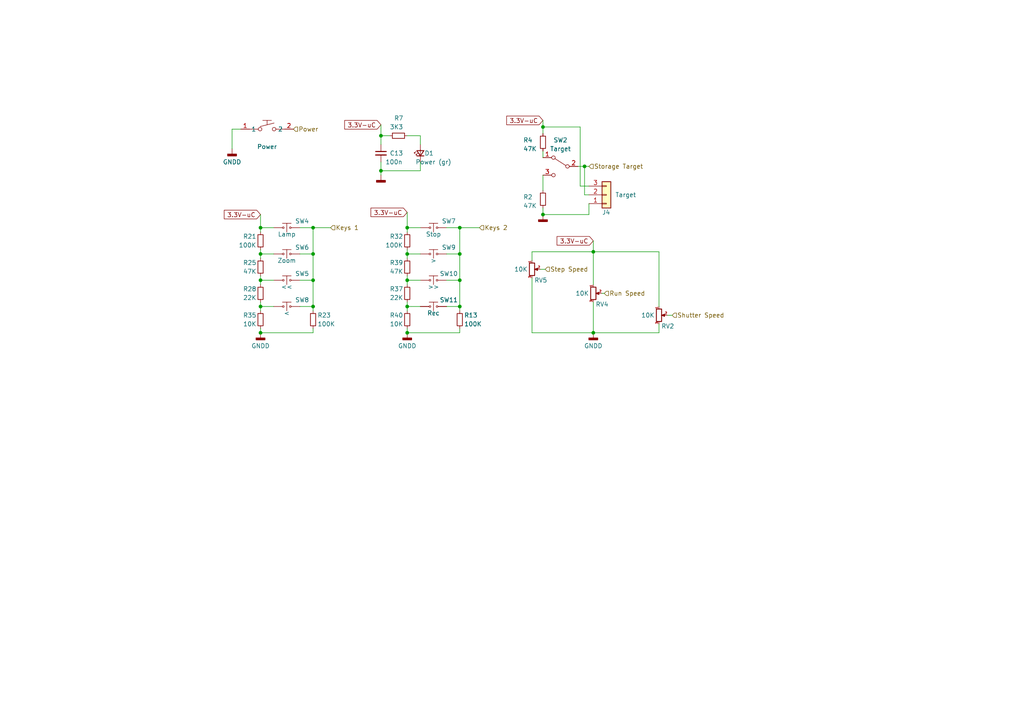
<source format=kicad_sch>
(kicad_sch (version 20230121) (generator eeschema)
  (paper "A4")
  (lib_symbols
    (symbol "B3F-5000_sm_1" (pin_numbers hide) (pin_names hide)
      (property "Reference" "SW" (at -1.27 3.81 0))
      (property "Value" "B3F-5000_sm" (at -1.27 -2.54 0))
      (symbol "B3F-5000_sm_1_0_1"
        (circle (center -1.02 0) (radius 0.25))
        (polyline (pts (xy -1.27 1.27) (xy 1.27 1.27)))
        (polyline (pts (xy 0 1.27) (xy 0 -1.27)))
        (circle (center 1.02 0) (radius 0.25))
      )
      (symbol "B3F-5000_sm_1_1_1"
        (pin no_connect line (at 3.81 0 180) (length 2.54) hide (name "~") (number "1"))
        (pin passive line (at 3.81 0 180) (length 2.54) (name "~") (number "2"))
        (pin no_connect line (at -3.81 0 0) (length 2.54) hide (name "~") (number "3"))
        (pin passive line (at -3.81 0 0) (length 2.54) (name "~") (number "4"))
      )
    )
    (symbol "B3F-5000_sm_2" (pin_numbers hide) (pin_names hide)
      (property "Reference" "SW" (at -1.27 3.81 0))
      (property "Value" "B3F-5000_sm" (at -1.27 -2.54 0))
      (symbol "B3F-5000_sm_2_0_1"
        (circle (center -1.02 0) (radius 0.25))
        (polyline (pts (xy -1.27 1.27) (xy 1.27 1.27)))
        (polyline (pts (xy 0 1.27) (xy 0 -1.27)))
        (circle (center 1.02 0) (radius 0.25))
      )
      (symbol "B3F-5000_sm_2_1_1"
        (pin no_connect line (at 3.81 0 180) (length 2.54) hide (name "~") (number "1"))
        (pin passive line (at 3.81 0 180) (length 2.54) (name "~") (number "2"))
        (pin no_connect line (at -3.81 0 0) (length 2.54) hide (name "~") (number "3"))
        (pin passive line (at -3.81 0 0) (length 2.54) (name "~") (number "4"))
      )
    )
    (symbol "B3F-5000_sm_3" (pin_numbers hide) (pin_names hide)
      (property "Reference" "SW" (at -1.27 3.81 0))
      (property "Value" "B3F-5000_sm" (at -1.27 -2.54 0))
      (symbol "B3F-5000_sm_3_0_1"
        (circle (center -1.02 0) (radius 0.25))
        (polyline (pts (xy -1.27 1.27) (xy 1.27 1.27)))
        (polyline (pts (xy 0 1.27) (xy 0 -1.27)))
        (circle (center 1.02 0) (radius 0.25))
      )
      (symbol "B3F-5000_sm_3_1_1"
        (pin no_connect line (at 3.81 0 180) (length 2.54) hide (name "~") (number "1"))
        (pin passive line (at 3.81 0 180) (length 2.54) (name "~") (number "2"))
        (pin no_connect line (at -3.81 0 0) (length 2.54) hide (name "~") (number "3"))
        (pin passive line (at -3.81 0 0) (length 2.54) (name "~") (number "4"))
      )
    )
    (symbol "B3F-5000_sm_4" (pin_numbers hide) (pin_names hide)
      (property "Reference" "SW" (at -1.27 3.81 0))
      (property "Value" "B3F-5000_sm" (at -1.27 -2.54 0))
      (symbol "B3F-5000_sm_4_0_1"
        (circle (center -1.02 0) (radius 0.25))
        (polyline (pts (xy -1.27 1.27) (xy 1.27 1.27)))
        (polyline (pts (xy 0 1.27) (xy 0 -1.27)))
        (circle (center 1.02 0) (radius 0.25))
      )
      (symbol "B3F-5000_sm_4_1_1"
        (pin no_connect line (at 3.81 0 180) (length 2.54) hide (name "~") (number "1"))
        (pin passive line (at 3.81 0 180) (length 2.54) (name "~") (number "2"))
        (pin no_connect line (at -3.81 0 0) (length 2.54) hide (name "~") (number "3"))
        (pin passive line (at -3.81 0 0) (length 2.54) (name "~") (number "4"))
      )
    )
    (symbol "B3F-5000_sm_5" (pin_numbers hide) (pin_names hide)
      (property "Reference" "SW" (at -1.27 3.81 0))
      (property "Value" "B3F-5000_sm" (at -1.27 -2.54 0))
      (symbol "B3F-5000_sm_5_0_1"
        (circle (center -1.02 0) (radius 0.25))
        (polyline (pts (xy -1.27 1.27) (xy 1.27 1.27)))
        (polyline (pts (xy 0 1.27) (xy 0 -1.27)))
        (circle (center 1.02 0) (radius 0.25))
      )
      (symbol "B3F-5000_sm_5_1_1"
        (pin no_connect line (at 3.81 0 180) (length 2.54) hide (name "~") (number "1"))
        (pin passive line (at 3.81 0 180) (length 2.54) (name "~") (number "2"))
        (pin no_connect line (at -3.81 0 0) (length 2.54) hide (name "~") (number "3"))
        (pin passive line (at -3.81 0 0) (length 2.54) (name "~") (number "4"))
      )
    )
    (symbol "B3F-5000_sm_6" (pin_numbers hide) (pin_names hide)
      (property "Reference" "SW" (at -1.27 3.81 0))
      (property "Value" "B3F-5000_sm" (at -1.27 -2.54 0))
      (symbol "B3F-5000_sm_6_0_1"
        (circle (center -1.02 0) (radius 0.25))
        (polyline (pts (xy -1.27 1.27) (xy 1.27 1.27)))
        (polyline (pts (xy 0 1.27) (xy 0 -1.27)))
        (circle (center 1.02 0) (radius 0.25))
      )
      (symbol "B3F-5000_sm_6_1_1"
        (pin no_connect line (at 3.81 0 180) (length 2.54) hide (name "~") (number "1"))
        (pin passive line (at 3.81 0 180) (length 2.54) (name "~") (number "2"))
        (pin no_connect line (at -3.81 0 0) (length 2.54) hide (name "~") (number "3"))
        (pin passive line (at -3.81 0 0) (length 2.54) (name "~") (number "4"))
      )
    )
    (symbol "B3F-5000_sm_7" (pin_numbers hide) (pin_names hide)
      (property "Reference" "SW" (at -1.27 3.81 0))
      (property "Value" "B3F-5000_sm" (at -1.27 -2.54 0))
      (symbol "B3F-5000_sm_7_0_1"
        (circle (center -1.02 0) (radius 0.25))
        (polyline (pts (xy -1.27 1.27) (xy 1.27 1.27)))
        (polyline (pts (xy 0 1.27) (xy 0 -1.27)))
        (circle (center 1.02 0) (radius 0.25))
      )
      (symbol "B3F-5000_sm_7_1_1"
        (pin no_connect line (at 3.81 0 180) (length 2.54) hide (name "~") (number "1"))
        (pin passive line (at 3.81 0 180) (length 2.54) (name "~") (number "2"))
        (pin no_connect line (at -3.81 0 0) (length 2.54) hide (name "~") (number "3"))
        (pin passive line (at -3.81 0 0) (length 2.54) (name "~") (number "4"))
      )
    )
    (symbol "B3F-5000_sm_8" (pin_numbers hide) (pin_names hide)
      (property "Reference" "SW" (at -1.27 3.81 0))
      (property "Value" "B3F-5000_sm" (at -1.27 -2.54 0))
      (symbol "B3F-5000_sm_8_0_1"
        (circle (center -1.02 0) (radius 0.25))
        (polyline (pts (xy -1.27 1.27) (xy 1.27 1.27)))
        (polyline (pts (xy 0 1.27) (xy 0 -1.27)))
        (circle (center 1.02 0) (radius 0.25))
      )
      (symbol "B3F-5000_sm_8_1_1"
        (pin no_connect line (at 3.81 0 180) (length 2.54) hide (name "~") (number "1"))
        (pin passive line (at 3.81 0 180) (length 2.54) (name "~") (number "2"))
        (pin no_connect line (at -3.81 0 0) (length 2.54) hide (name "~") (number "3"))
        (pin passive line (at -3.81 0 0) (length 2.54) (name "~") (number "4"))
      )
    )
    (symbol "Connector_Generic:Conn_01x03" (pin_names (offset 1.016) hide)
      (property "Reference" "J" (at 0 5.08 0))
      (property "Value" "Conn_01x03" (at 0 -5.08 0))
      (symbol "Conn_01x03_1_1"
        (rectangle (start -1.27 -2.413) (end 0 -2.667) (stroke (width 0.1524)))
        (rectangle (start -1.27 0.127) (end 0 -0.127) (stroke (width 0.1524)))
        (rectangle (start -1.27 2.667) (end 0 2.413) (stroke (width 0.1524)))
        (rectangle (start -1.27 3.81) (end 1.27 -3.81) (stroke (width 0.254)) (fill (type background)))
        (pin passive line (at -5.08 2.54 0) (length 3.81) (name "Pin_1") (number "1"))
        (pin passive line (at -5.08 0 0) (length 3.81) (name "Pin_2") (number "2"))
        (pin passive line (at -5.08 -2.54 0) (length 3.81) (name "Pin_3") (number "3"))
      )
    )
    (symbol "Device:C_Small" (pin_numbers hide) (pin_names (offset 0.254) hide)
      (property "Reference" "C" (at 0.254 1.778 0))
      (property "Value" "C_Small" (at 0.254 -2.032 0))
      (symbol "C_Small_0_1"
        (polyline (pts (xy -1.524 -0.508) (xy 1.524 -0.508)) (stroke (width 0.3302)))
        (polyline (pts (xy -1.524 0.508) (xy 1.524 0.508)) (stroke (width 0.3048)))
      )
      (symbol "C_Small_1_1"
        (pin passive line (at 0 2.54 270) (length 2.032) (name "~") (number "1"))
        (pin passive line (at 0 -2.54 90) (length 2.032) (name "~") (number "2"))
      )
    )
    (symbol "Device:LED_Small" (pin_numbers hide) (pin_names (offset 0.254) hide)
      (property "Reference" "D" (at -1.27 3.175 0))
      (property "Value" "LED_Small" (at -4.445 -2.54 0))
      (symbol "LED_Small_0_1"
        (polyline (pts (xy -0.762 -1.016) (xy -0.762 1.016)) (stroke (width 0.254)))
        (polyline (pts (xy 1.016 0) (xy -0.762 0)))
        (polyline (pts (xy 0.762 -1.016) (xy -0.762 0) (xy 0.762 1.016) (xy 0.762 -1.016)) (stroke (width 0.254)))
        (polyline (pts (xy 0 0.762) (xy -0.508 1.27) (xy -0.254 1.27) (xy -0.508 1.27) (xy -0.508 1.016)))
        (polyline (pts (xy 0.508 1.27) (xy 0 1.778) (xy 0.254 1.778) (xy 0 1.778) (xy 0 1.524)))
      )
      (symbol "LED_Small_1_1"
        (pin passive line (at -2.54 0 0) (length 1.778) (name "K") (number "1"))
        (pin passive line (at 2.54 0 180) (length 1.778) (name "A") (number "2"))
      )
    )
    (symbol "Device:R_Potentiometer_Small" (pin_names (offset 1.016) hide)
      (property "Reference" "RV" (at -4.445 0 90))
      (property "Value" "R_Potentiometer_Small" (at -2.54 0 90))
      (symbol "R_Potentiometer_Small_0_1"
        (polyline (pts (xy 0.889 0) (xy 0.635 0) (xy 1.651 0.381) (xy 1.651 -0.381) (xy 0.635 0) (xy 0.889 0)) (fill (type outline)))
        (rectangle (start 0.762 1.8034) (end -0.762 -1.8034) (stroke (width 0.254)))
      )
      (symbol "R_Potentiometer_Small_1_1"
        (pin passive line (at 0 2.54 270) (length 0.635) (name "1") (number "1"))
        (pin passive line (at 2.54 0 180) (length 0.9906) (name "2") (number "2"))
        (pin passive line (at 0 -2.54 90) (length 0.635) (name "3") (number "3"))
      )
    )
    (symbol "Device:R_Small" (pin_numbers hide) (pin_names (offset 0.254) hide)
      (property "Reference" "R" (at 0.762 0.508 0))
      (property "Value" "R_Small" (at 0.762 -1.016 0))
      (symbol "R_Small_0_1"
        (rectangle (start -0.762 1.778) (end 0.762 -1.778) (stroke (width 0.2032)))
      )
      (symbol "R_Small_1_1"
        (pin passive line (at 0 2.54 270) (length 0.762) (name "~") (number "1"))
        (pin passive line (at 0 -2.54 90) (length 0.762) (name "~") (number "2"))
      )
    )
    (symbol "Switch:SW_SPDT" (pin_names (offset 0) hide)
      (property "Reference" "SW" (at 0 4.318 0))
      (property "Value" "SW_SPDT" (at 0 -5.08 0))
      (symbol "SW_SPDT_0_0"
        (circle (center -2.032 0) (radius 0.508))
        (circle (center 2.032 -2.54) (radius 0.508))
      )
      (symbol "SW_SPDT_0_1"
        (polyline (pts (xy -1.524 0.254) (xy 1.651 2.286)))
        (circle (center 2.032 2.54) (radius 0.508))
      )
      (symbol "SW_SPDT_1_1"
        (pin passive line (at 5.08 2.54 180) (length 2.54) (name "A") (number "1"))
        (pin passive line (at -5.08 0 0) (length 2.54) (name "B") (number "2"))
        (pin passive line (at 5.08 -2.54 180) (length 2.54) (name "C") (number "3"))
      )
    )
    (symbol "easyeda2kicad:B3F-3152"
      (property "Reference" "SW" (at 0 7.62 0))
      (property "Value" "B3F-3152" (at 0 -5.08 0))
      (symbol "B3F-3152_0_1"
        (circle (center -2.03 2.54) (radius 0.51))
        (polyline (pts (xy -5.08 2.54) (xy -2.54 2.54)))
        (polyline (pts (xy -1.27 5.08) (xy 1.27 5.08)))
        (polyline (pts (xy 0 3.81) (xy 0 5.08)))
        (polyline (pts (xy 5.08 2.54) (xy 2.54 2.54)))
        (polyline (pts (xy -2.03 3.3) (xy 2.03 4.32) (xy 2.03 4.32)))
        (circle (center 2.03 2.54) (radius 0.51))
        (pin input line (at -7.62 2.54 0) (length 2.54) (name "1") (number "1"))
        (pin input line (at 7.62 2.54 180) (length 2.54) (name "2") (number "2"))
      )
      (symbol "B3F-3152_1_1"
        (pin no_connect line (at -2.54 0 0) (length 2.54) hide (name "3") (number "3"))
        (pin no_connect line (at 2.54 0 180) (length 2.54) hide (name "4") (number "4"))
      )
    )
    (symbol "power:GNDD" (power) (pin_names (offset 0))
      (property "Value" "GNDD" (at 0 -3.175 0))
      (symbol "GNDD_0_1"
        (rectangle (start -1.27 -1.524) (end 1.27 -2.032) (stroke (width 0.254)) (fill (type outline)))
        (polyline (pts (xy 0 0) (xy 0 -1.524)))
      )
      (symbol "GNDD_1_1"
        (pin power_in line (at 0 0 270) (length 0) hide (name "GNDD") (number "1"))
      )
    )
  )
  (junction (at 133.35 88.9))
  (junction (at 172.085 96.52))
  (junction (at 157.48 62.23))
  (junction (at 133.35 66.04))
  (junction (at 133.35 73.66))
  (junction (at 75.565 81.28))
  (junction (at 90.805 81.28))
  (junction (at 110.49 49.53))
  (junction (at 90.805 88.9))
  (junction (at 90.805 66.04))
  (junction (at 118.11 96.52))
  (junction (at 75.565 96.52))
  (junction (at 75.565 88.9))
  (junction (at 75.565 66.04))
  (junction (at 75.565 73.66))
  (junction (at 118.11 88.9))
  (junction (at 110.49 39.37))
  (junction (at 169.545 48.26))
  (junction (at 118.11 81.28))
  (junction (at 118.11 66.04))
  (junction (at 133.35 81.28))
  (junction (at 157.48 36.83))
  (junction (at 118.11 73.66))
  (junction (at 172.085 73.025))
  (junction (at 90.805 73.66))
  (wire (pts (xy 121.92 49.53) (xy 110.49 49.53)))
  (wire (pts (xy 154.305 96.52) (xy 172.085 96.52)))
  (wire (pts (xy 157.48 50.8) (xy 157.48 55.245)))
  (wire (pts (xy 154.305 73.025) (xy 154.305 75.565)))
  (wire (pts (xy 118.11 81.28) (xy 118.11 82.55)))
  (wire (pts (xy 75.565 81.28) (xy 75.565 82.55)))
  (wire (pts (xy 129.54 88.9) (xy 133.35 88.9)))
  (wire (pts (xy 67.31 37.465) (xy 67.31 43.18)))
  (wire (pts (xy 118.11 88.9) (xy 121.92 88.9)))
  (wire (pts (xy 154.305 80.645) (xy 154.305 96.52)))
  (wire (pts (xy 133.35 88.9) (xy 133.35 90.17)))
  (wire (pts (xy 129.54 73.66) (xy 133.35 73.66)))
  (wire (pts (xy 172.085 69.85) (xy 172.085 73.025)))
  (wire (pts (xy 75.565 81.28) (xy 79.375 81.28)))
  (wire (pts (xy 172.085 96.52) (xy 191.135 96.52)))
  (wire (pts (xy 118.11 87.63) (xy 118.11 88.9)))
  (wire (pts (xy 118.11 61.595) (xy 118.11 66.04)))
  (wire (pts (xy 118.11 66.04) (xy 118.11 67.31)))
  (wire (pts (xy 121.92 39.37) (xy 121.92 41.91)))
  (wire (pts (xy 75.565 62.23) (xy 75.565 66.04)))
  (wire (pts (xy 118.11 95.25) (xy 118.11 96.52)))
  (wire (pts (xy 75.565 87.63) (xy 75.565 88.9)))
  (wire (pts (xy 121.92 46.99) (xy 121.92 49.53)))
  (wire (pts (xy 86.995 81.28) (xy 90.805 81.28)))
  (wire (pts (xy 191.135 93.98) (xy 191.135 96.52)))
  (wire (pts (xy 86.995 88.9) (xy 90.805 88.9)))
  (wire (pts (xy 118.11 73.66) (xy 121.92 73.66)))
  (wire (pts (xy 90.805 88.9) (xy 90.805 90.17)))
  (wire (pts (xy 75.565 73.66) (xy 75.565 74.93)))
  (wire (pts (xy 75.565 96.52) (xy 90.805 96.52)))
  (wire (pts (xy 67.31 37.465) (xy 69.85 37.465)))
  (wire (pts (xy 110.49 39.37) (xy 110.49 41.91)))
  (wire (pts (xy 133.35 95.25) (xy 133.35 96.52)))
  (wire (pts (xy 157.48 62.23) (xy 170.815 62.23)))
  (wire (pts (xy 193.675 91.44) (xy 194.945 91.44)))
  (wire (pts (xy 170.815 62.23) (xy 170.815 59.055)))
  (wire (pts (xy 86.995 66.04) (xy 90.805 66.04)))
  (wire (pts (xy 174.625 85.09) (xy 175.26 85.09)))
  (wire (pts (xy 133.35 66.04) (xy 139.065 66.04)))
  (wire (pts (xy 110.49 36.195) (xy 110.49 39.37)))
  (wire (pts (xy 157.48 43.815) (xy 157.48 45.72)))
  (wire (pts (xy 75.565 88.9) (xy 75.565 90.17)))
  (wire (pts (xy 118.11 96.52) (xy 133.35 96.52)))
  (wire (pts (xy 110.49 39.37) (xy 113.03 39.37)))
  (wire (pts (xy 172.085 87.63) (xy 172.085 96.52)))
  (wire (pts (xy 172.085 73.025) (xy 191.135 73.025)))
  (wire (pts (xy 133.35 66.04) (xy 133.35 73.66)))
  (wire (pts (xy 191.135 73.025) (xy 191.135 88.9)))
  (wire (pts (xy 118.11 80.01) (xy 118.11 81.28)))
  (wire (pts (xy 75.565 88.9) (xy 79.375 88.9)))
  (wire (pts (xy 118.11 66.04) (xy 121.92 66.04)))
  (wire (pts (xy 157.48 34.925) (xy 157.48 36.83)))
  (wire (pts (xy 170.815 53.975) (xy 168.275 53.975)))
  (wire (pts (xy 118.11 72.39) (xy 118.11 73.66)))
  (wire (pts (xy 157.48 36.83) (xy 157.48 38.735)))
  (wire (pts (xy 75.565 80.01) (xy 75.565 81.28)))
  (wire (pts (xy 118.11 88.9) (xy 118.11 90.17)))
  (wire (pts (xy 110.49 49.53) (xy 110.49 50.8)))
  (wire (pts (xy 156.845 78.105) (xy 158.115 78.105)))
  (wire (pts (xy 172.085 73.025) (xy 172.085 82.55)))
  (wire (pts (xy 110.49 46.99) (xy 110.49 49.53)))
  (wire (pts (xy 129.54 81.28) (xy 133.35 81.28)))
  (wire (pts (xy 75.565 95.25) (xy 75.565 96.52)))
  (wire (pts (xy 118.11 39.37) (xy 121.92 39.37)))
  (wire (pts (xy 129.54 66.04) (xy 133.35 66.04)))
  (wire (pts (xy 75.565 72.39) (xy 75.565 73.66)))
  (wire (pts (xy 75.565 66.04) (xy 75.565 67.31)))
  (wire (pts (xy 86.995 73.66) (xy 90.805 73.66)))
  (wire (pts (xy 90.805 81.28) (xy 90.805 88.9)))
  (wire (pts (xy 168.275 53.975) (xy 168.275 36.83)))
  (wire (pts (xy 168.275 36.83) (xy 157.48 36.83)))
  (wire (pts (xy 154.305 73.025) (xy 172.085 73.025)))
  (wire (pts (xy 170.815 56.515) (xy 169.545 56.515)))
  (wire (pts (xy 90.805 66.04) (xy 90.805 73.66)))
  (wire (pts (xy 157.48 60.325) (xy 157.48 62.23)))
  (wire (pts (xy 169.545 48.26) (xy 170.815 48.26)))
  (wire (pts (xy 167.64 48.26) (xy 169.545 48.26)))
  (wire (pts (xy 90.805 95.25) (xy 90.805 96.52)))
  (wire (pts (xy 75.565 73.66) (xy 79.375 73.66)))
  (wire (pts (xy 133.35 73.66) (xy 133.35 81.28)))
  (wire (pts (xy 169.545 56.515) (xy 169.545 48.26)))
  (wire (pts (xy 75.565 66.04) (xy 79.375 66.04)))
  (wire (pts (xy 90.805 73.66) (xy 90.805 81.28)))
  (wire (pts (xy 90.805 66.04) (xy 95.885 66.04)))
  (wire (pts (xy 118.11 81.28) (xy 121.92 81.28)))
  (wire (pts (xy 133.35 81.28) (xy 133.35 88.9)))
  (wire (pts (xy 118.11 73.66) (xy 118.11 74.93)))
  (global_label "3.3V-uC" (shape input) (at 110.49 36.195 180) (property "Intersheetrefs" "${INTERSHEET_REFS}" (effects hide)))
  (global_label "3.3V-uC" (shape input) (at 157.48 34.925 180) (property "Intersheetrefs" "${INTERSHEET_REFS}" (effects hide)))
  (global_label "3.3V-uC" (shape input) (at 118.11 61.595 180) (property "Intersheetrefs" "${INTERSHEET_REFS}" (effects hide)))
  (global_label "3.3V-uC" (shape input) (at 172.085 69.85 180) (property "Intersheetrefs" "${INTERSHEET_REFS}" (effects hide)))
  (global_label "3.3V-uC" (shape input) (at 75.565 62.23 180) (property "Intersheetrefs" "${INTERSHEET_REFS}" (effects hide)))
  (hierarchical_label "Shutter Speed" (shape input) (at 194.945 91.44 0))
  (hierarchical_label "Keys 1" (shape input) (at 95.885 66.04 0))
  (hierarchical_label "Keys 2" (shape input) (at 139.065 66.04 0))
  (hierarchical_label "Storage Target" (shape input) (at 170.815 48.26 0))
  (hierarchical_label "Step Speed" (shape input) (at 158.115 78.105 0))
  (hierarchical_label "Power" (shape input) (at 85.09 37.465 0))
  (hierarchical_label "Run Speed" (shape input) (at 175.26 85.09 0))
  (symbol (lib_name "B3F-5000_sm_1") (lib_id "easyeda2kicad:B3F-5000_sm") (at 83.185 66.04 0) (unit 1)
    (property "Reference" "SW4" (at 87.63 64.135 0))
    (property "Value" "Lamp" (at 83.185 67.945 0))
    (property "Footprint" "easyeda2kicad:KEY-TH_4P-L12.0-W12.0-P5.0-LS12.5-EH-small" (effects hide))
    (property "Datasheet" "https://lcsc.com/product-detail/Others_Omron-Electronics_B3F-5000_Omron-Electronics-B3F-5000_C93156.html" (effects hide))
    (property "LCSC" "C93156" (effects hide))
    (property "Inventory" "E" (effects hide))
  )
  (symbol (lib_id "Device:R_Potentiometer_Small") (at 191.135 91.44 0) (unit 1)
    (property "Reference" "RV2" (at 195.58 94.615 0) (effects (justify right)))
    (property "Value" "10K" (at 189.865 91.44 0) (effects (justify right)))
    (property "Footprint" "easyeda2kicad:RES-ADJ-TH_3P-L10.0-W10.0-P2.50-L" (effects hide))
    (property "Datasheet" "https://datasheet.lcsc.com/lcsc/1811071811_BOCHEN-Chengdu-Guosheng-Tech-3296W-1-103_C118954.pdf" (effects hide))
    (property "LCSC" "C118954" (effects hide))
    (property "Inventory" "E" (effects hide))
  )
  (symbol (lib_name "B3F-5000_sm_6") (lib_id "easyeda2kicad:B3F-5000_sm") (at 83.185 88.9 0) (unit 1)
    (property "Reference" "SW8" (at 87.63 86.995 0))
    (property "Value" "<" (at 83.185 90.805 0))
    (property "Footprint" "easyeda2kicad:KEY-TH_4P-L12.0-W12.0-P5.0-LS12.5-EH-small" (effects hide))
    (property "Datasheet" "https://lcsc.com/product-detail/Others_Omron-Electronics_B3F-5000_Omron-Electronics-B3F-5000_C93156.html" (effects hide))
    (property "LCSC" "C93156" (effects hide))
  )
  (symbol (lib_id "power:GNDD") (at 75.565 96.52 0) (unit 1)
    (property "Reference" "#PWR015" (effects hide))
    (property "Value" "GNDD" (at 75.565 100.33 0))
  )
  (symbol (lib_id "Device:R_Small") (at 118.11 92.71 0) (unit 1)
    (property "Reference" "R40" (at 113.03 91.44 0) (effects (justify left)))
    (property "Value" "10K" (at 113.03 93.98 0) (effects (justify left)))
    (property "Footprint" "Resistor_SMD:R_0805_2012Metric" (effects hide))
    (property "LCSC" "C17414" (effects hide))
    (property "Inventory" "B" (effects hide))
  )
  (symbol (lib_id "Device:C_Small") (at 110.49 44.45 0) (unit 1)
    (property "Reference" "C13" (at 113.03 44.45 0) (effects (justify left)))
    (property "Value" "100n" (at 111.76 46.99 0) (effects (justify left)))
    (property "Footprint" "Capacitor_SMD:C_0805_2012Metric" (effects hide))
    (property "Datasheet" "https://datasheet.lcsc.com/lcsc/2304140030_Samsung-Electro-Mechanics-CL21B104KCFNNNE_C28233.pdf" (effects hide))
    (property "LCSC" "C28233" (effects hide))
    (property "Inventory" "B" (effects hide))
  )
  (symbol (lib_id "Device:R_Small") (at 118.11 69.85 0) (unit 1)
    (property "Reference" "R32" (at 113.03 68.58 0) (effects (justify left)))
    (property "Value" "100K" (at 111.76 71.12 0) (effects (justify left)))
    (property "Footprint" "Resistor_SMD:R_0805_2012Metric" (effects hide))
    (property "LCSC" "C149504" (effects hide))
    (property "Inventory" "B" (effects hide))
  )
  (symbol (lib_id "easyeda2kicad:B3F-3152") (at 77.47 40.005 0) (unit 1)
    (property "Reference" "SW1" (effects hide))
    (property "Value" "Power" (at 77.47 42.545 0))
    (property "Footprint" "easyeda2kicad:KEY-TH_1825027-8" (effects hide))
    (property "Datasheet" "https://lcsc.com/product-detail/Others_Omron-Electronics_B3F-3152_Omron-Electronics-B3F-3152_C231320.html" (effects hide))
    (property "LCSC Part" "C231320" (effects hide))
    (property "LCSC" "C266196" (effects hide))
    (property "Inventory" "E" (effects hide))
    (property "Sim.Device" "C231320" (effects hide))
  )
  (symbol (lib_id "Device:R_Potentiometer_Small") (at 154.305 78.105 0) (unit 1)
    (property "Reference" "RV5" (at 158.75 81.28 0) (effects (justify right)))
    (property "Value" "10K" (at 153.035 78.105 0) (effects (justify right)))
    (property "Footprint" "easyeda2kicad:RES-TH_RK09K1110A0J" (effects hide))
    (property "Datasheet" "https://datasheet.lcsc.com/lcsc/2304140030_ALPSALPINE-RK09K1130AP5_C470295.pdf" (effects hide))
    (property "LCSC" "C209767" (effects hide))
    (property "Inventory" "E" (effects hide))
  )
  (symbol (lib_id "power:GNDD") (at 118.11 96.52 0) (unit 1)
    (property "Reference" "#PWR016" (effects hide))
    (property "Value" "GNDD" (at 118.11 100.33 0))
  )
  (symbol (lib_id "Device:R_Small") (at 75.565 77.47 0) (unit 1)
    (property "Reference" "R25" (at 70.485 76.2 0) (effects (justify left)))
    (property "Value" "47K" (at 70.485 78.74 0) (effects (justify left)))
    (property "Footprint" "Resistor_SMD:R_0805_2012Metric" (effects hide))
    (property "LCSC" "C17713" (effects hide))
    (property "Inventory" "B" (effects hide))
  )
  (symbol (lib_name "B3F-5000_sm_4") (lib_id "easyeda2kicad:B3F-5000_sm") (at 125.73 73.66 0) (unit 1)
    (property "Reference" "SW9" (at 130.175 71.755 0))
    (property "Value" ">" (at 125.73 75.565 0))
    (property "Footprint" "easyeda2kicad:KEY-TH_4P-L12.0-W12.0-P5.0-LS12.5-EH-small" (effects hide))
    (property "Datasheet" "https://lcsc.com/product-detail/Others_Omron-Electronics_B3F-5000_Omron-Electronics-B3F-5000_C93156.html" (effects hide))
    (property "LCSC" "C93156" (effects hide))
  )
  (symbol (lib_id "power:GNDD") (at 157.48 62.23 0) (mirror y) (unit 1)
    (property "Reference" "#PWR033" (effects hide))
    (property "Value" "GNDD" (effects hide))
  )
  (symbol (lib_id "Device:R_Small") (at 75.565 69.85 0) (unit 1)
    (property "Reference" "R21" (at 70.485 68.58 0) (effects (justify left)))
    (property "Value" "100K" (at 69.215 71.12 0) (effects (justify left)))
    (property "Footprint" "Resistor_SMD:R_0805_2012Metric" (effects hide))
    (property "LCSC" "C149504" (effects hide))
    (property "Inventory" "B" (effects hide))
  )
  (symbol (lib_name "B3F-5000_sm_5") (lib_id "easyeda2kicad:B3F-5000_sm") (at 125.73 88.9 0) (unit 1)
    (property "Reference" "SW11" (at 130.175 86.995 0))
    (property "Value" "Rec" (at 125.73 90.805 0))
    (property "Footprint" "easyeda2kicad:KEY-TH_4P-L12.0-W12.0-P5.0-LS12.5-EH-small" (effects hide))
    (property "Datasheet" "https://lcsc.com/product-detail/Others_Omron-Electronics_B3F-5000_Omron-Electronics-B3F-5000_C93156.html" (effects hide))
    (property "LCSC" "C93156" (effects hide))
  )
  (symbol (lib_id "Device:LED_Small") (at 121.92 44.45 90) (unit 1)
    (property "Reference" "D1" (at 124.46 44.45 90))
    (property "Value" "Power (gr)" (at 125.73 46.99 90))
    (property "Footprint" "LED_SMD:LED_0805_2012Metric" (effects hide))
    (property "Datasheet" "https://datasheet.lcsc.com/lcsc/1806151820_Hubei-KENTO-Elec-KT-0805G_C2297.pdf" (effects hide))
    (property "LCSC" "C2297" (effects hide))
    (property "Inventory" "B" (effects hide))
  )
  (symbol (lib_id "power:GNDD") (at 67.31 43.18 0) (unit 1)
    (property "Reference" "#PWR017" (effects hide))
    (property "Value" "GNDD" (at 67.31 46.99 0))
  )
  (symbol (lib_id "power:GNDD") (at 110.49 50.8 0) (unit 1)
    (property "Reference" "#PWR018" (effects hide))
    (property "Value" "GNDD" (effects hide))
  )
  (symbol (lib_id "Switch:SW_SPDT") (at 162.56 48.26 0) (mirror y) (unit 1)
    (property "Reference" "SW2" (at 162.56 40.64 0))
    (property "Value" "Target" (at 162.56 43.18 0))
    (property "Footprint" "easyeda2kicad:SW-SMD_3P-P1.50_L2.7-W6.6" (effects hide))
    (property "Datasheet" "https://datasheet.lcsc.com/lcsc/2110151630_XKB-Connectivity-SK-3296S-01-L1_C319020.pdf" (effects hide))
    (property "LCSC" "C319020" (effects hide))
    (property "Inventory" "E" (effects hide))
  )
  (symbol (lib_id "Device:R_Small") (at 118.11 85.09 0) (unit 1)
    (property "Reference" "R37" (at 113.03 83.82 0) (effects (justify left)))
    (property "Value" "22K" (at 113.03 86.36 0) (effects (justify left)))
    (property "Footprint" "Resistor_SMD:R_0805_2012Metric" (effects hide))
    (property "LCSC" "C17560" (effects hide))
    (property "Inventory" "B" (effects hide))
  )
  (symbol (lib_name "B3F-5000_sm_2") (lib_id "easyeda2kicad:B3F-5000_sm") (at 83.185 81.28 0) (unit 1)
    (property "Reference" "SW5" (at 87.63 79.375 0))
    (property "Value" "<<" (at 83.185 83.185 0))
    (property "Footprint" "easyeda2kicad:KEY-TH_4P-L12.0-W12.0-P5.0-LS12.5-EH-small" (effects hide))
    (property "Datasheet" "https://lcsc.com/product-detail/Others_Omron-Electronics_B3F-5000_Omron-Electronics-B3F-5000_C93156.html" (effects hide))
    (property "LCSC" "C93156" (effects hide))
  )
  (symbol (lib_name "B3F-5000_sm_3") (lib_id "easyeda2kicad:B3F-5000_sm") (at 125.73 81.28 0) (unit 1)
    (property "Reference" "SW10" (at 130.175 79.375 0))
    (property "Value" ">>" (at 125.73 83.185 0))
    (property "Footprint" "easyeda2kicad:KEY-TH_4P-L12.0-W12.0-P5.0-LS12.5-EH-small" (effects hide))
    (property "Datasheet" "https://lcsc.com/product-detail/Others_Omron-Electronics_B3F-5000_Omron-Electronics-B3F-5000_C93156.html" (effects hide))
    (property "LCSC" "C93156" (effects hide))
  )
  (symbol (lib_id "Device:R_Small") (at 133.35 92.71 0) (unit 1)
    (property "Reference" "R13" (at 134.62 91.44 0) (effects (justify left)))
    (property "Value" "100K" (at 134.62 93.98 0) (effects (justify left)))
    (property "Footprint" "Resistor_SMD:R_0805_2012Metric" (effects hide))
    (property "LCSC" "C149504" (effects hide))
    (property "Inventory" "B" (effects hide))
  )
  (symbol (lib_id "power:GNDD") (at 172.085 96.52 0) (unit 1)
    (property "Reference" "#PWR019" (effects hide))
    (property "Value" "GNDD" (at 172.085 100.33 0))
  )
  (symbol (lib_id "Device:R_Small") (at 75.565 92.71 0) (unit 1)
    (property "Reference" "R35" (at 70.485 91.44 0) (effects (justify left)))
    (property "Value" "10K" (at 70.485 93.98 0) (effects (justify left)))
    (property "Footprint" "Resistor_SMD:R_0805_2012Metric" (effects hide))
    (property "LCSC" "C17414" (effects hide))
    (property "Inventory" "B" (effects hide))
  )
  (symbol (lib_id "Connector_Generic:Conn_01x03") (at 175.895 56.515 0) (mirror x) (unit 1) (in_bom no)
    (property "Reference" "J4" (at 174.625 61.595 0) (effects (justify left)))
    (property "Value" "Target" (at 178.435 56.515 0) (effects (justify left)))
    (property "Footprint" "Connector_PinHeader_2.54mm:PinHeader_1x03_P2.54mm_Vertical" (effects hide))
  )
  (symbol (lib_id "Device:R_Small") (at 75.565 85.09 0) (unit 1)
    (property "Reference" "R28" (at 70.485 83.82 0) (effects (justify left)))
    (property "Value" "22K" (at 70.485 86.36 0) (effects (justify left)))
    (property "Footprint" "Resistor_SMD:R_0805_2012Metric" (effects hide))
    (property "LCSC" "C17560" (effects hide))
    (property "Inventory" "B" (effects hide))
  )
  (symbol (lib_id "Device:R_Small") (at 118.11 77.47 0) (unit 1)
    (property "Reference" "R39" (at 113.03 76.2 0) (effects (justify left)))
    (property "Value" "47K" (at 113.03 78.74 0) (effects (justify left)))
    (property "Footprint" "Resistor_SMD:R_0805_2012Metric" (effects hide))
    (property "LCSC" "C17713" (effects hide))
    (property "Inventory" "B" (effects hide))
  )
  (symbol (lib_id "Device:R_Potentiometer_Small") (at 172.085 85.09 0) (unit 1)
    (property "Reference" "RV4" (at 176.53 88.265 0) (effects (justify right)))
    (property "Value" "10K" (at 170.815 85.09 0) (effects (justify right)))
    (property "Footprint" "easyeda2kicad:RES-TH_RK09K1110A0J" (effects hide))
    (property "Datasheet" "https://datasheet.lcsc.com/lcsc/2304140030_ALPSALPINE-RK09K1130AP5_C470295.pdf" (effects hide))
    (property "LCSC" "C209767" (effects hide))
    (property "Inventory" "E" (effects hide))
  )
  (symbol (lib_name "B3F-5000_sm_8") (lib_id "easyeda2kicad:B3F-5000_sm") (at 125.73 66.04 0) (unit 1)
    (property "Reference" "SW7" (at 130.175 64.135 0))
    (property "Value" "Stop" (at 125.73 67.945 0))
    (property "Footprint" "easyeda2kicad:KEY-TH_4P-L12.0-W12.0-P5.0-LS12.5-EH-small" (effects hide))
    (property "Datasheet" "https://lcsc.com/product-detail/Others_Omron-Electronics_B3F-5000_Omron-Electronics-B3F-5000_C93156.html" (effects hide))
    (property "LCSC" "C93156" (effects hide))
  )
  (symbol (lib_id "Device:R_Small") (at 157.48 57.785 0) (unit 1)
    (property "Reference" "R2" (at 151.765 57.15 0) (effects (justify left)))
    (property "Value" "47K" (at 151.765 59.69 0) (effects (justify left)))
    (property "Footprint" "Resistor_SMD:R_0805_2012Metric" (effects hide))
    (property "LCSC" "C17713" (effects hide))
    (property "Inventory" "B" (effects hide))
  )
  (symbol (lib_id "Device:R_Small") (at 115.57 39.37 270) (unit 1)
    (property "Reference" "R7" (at 114.3 34.29 90) (effects (justify left)))
    (property "Value" "3K3" (at 113.03 36.83 90) (effects (justify left)))
    (property "Footprint" "Resistor_SMD:R_0805_2012Metric" (effects hide))
    (property "LCSC" "C26010" (effects hide))
    (property "Inventory" "B" (effects hide))
  )
  (symbol (lib_name "B3F-5000_sm_7") (lib_id "easyeda2kicad:B3F-5000_sm") (at 83.185 73.66 0) (unit 1)
    (property "Reference" "SW6" (at 87.63 71.755 0))
    (property "Value" "Zoom" (at 83.185 75.565 0))
    (property "Footprint" "easyeda2kicad:KEY-TH_4P-L12.0-W12.0-P5.0-LS12.5-EH-small" (effects hide))
    (property "Datasheet" "https://lcsc.com/product-detail/Others_Omron-Electronics_B3F-5000_Omron-Electronics-B3F-5000_C93156.html" (effects hide))
    (property "LCSC" "C93156" (effects hide))
  )
  (symbol (lib_id "Device:R_Small") (at 90.805 92.71 0) (unit 1)
    (property "Reference" "R23" (at 92.075 91.44 0) (effects (justify left)))
    (property "Value" "100K" (at 92.075 93.98 0) (effects (justify left)))
    (property "Footprint" "Resistor_SMD:R_0805_2012Metric" (effects hide))
    (property "LCSC" "C149504" (effects hide))
    (property "Inventory" "B" (effects hide))
  )
  (symbol (lib_id "Device:R_Small") (at 157.48 41.275 0) (unit 1)
    (property "Reference" "R4" (at 151.765 40.64 0) (effects (justify left)))
    (property "Value" "47K" (at 151.765 43.18 0) (effects (justify left)))
    (property "Footprint" "Resistor_SMD:R_0805_2012Metric" (effects hide))
    (property "LCSC" "C17713" (effects hide))
    (property "Inventory" "B" (effects hide))
  )
)
</source>
